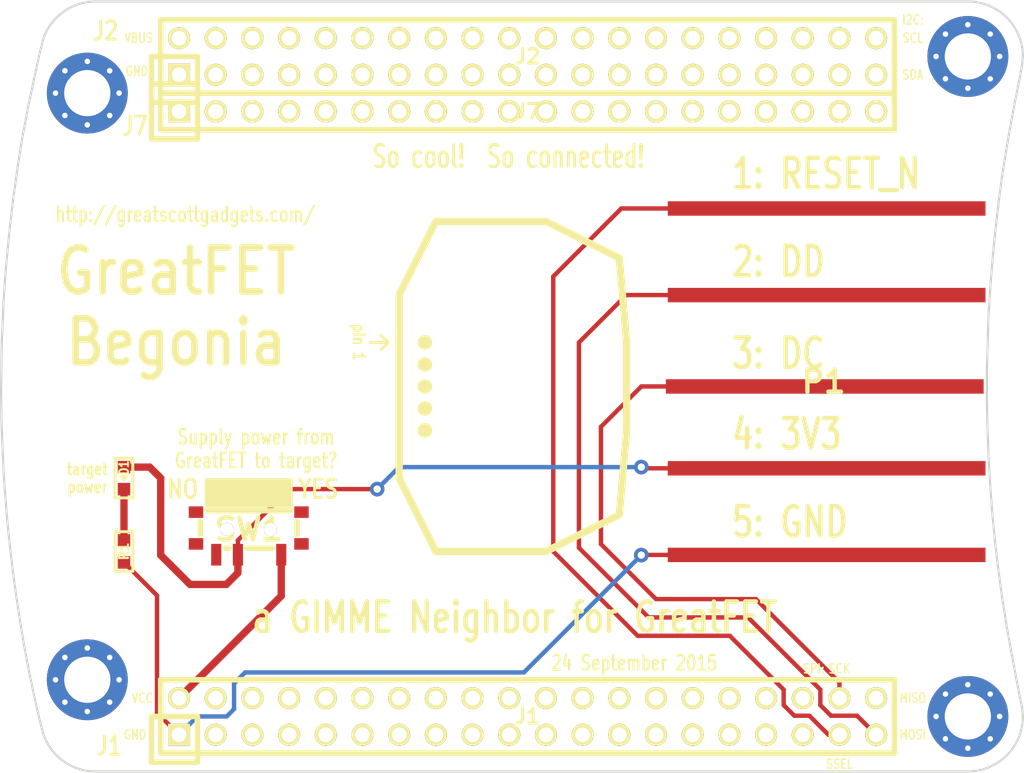
<source format=kicad_pcb>
(kicad_pcb (version 4) (host pcbnew "(2015-08-18 BZR 6102)-product")

  (general
    (links 41)
    (no_connects 0)
    (area 105.277558 71.018399 275.715801 199.465001)
    (thickness 1.6)
    (drawings 148)
    (tracks 61)
    (zones 0)
    (modules 11)
    (nets 107)
  )

  (page A4)
  (layers
    (0 F.Cu signal)
    (31 B.Cu signal)
    (33 F.Adhes user)
    (35 F.Paste user)
    (37 F.SilkS user)
    (39 F.Mask user)
    (40 Dwgs.User user)
    (41 Cmts.User user)
    (42 Eco1.User user)
    (43 Eco2.User user)
    (44 Edge.Cuts user)
    (45 Margin user)
    (47 F.CrtYd user)
    (49 F.Fab user)
  )

  (setup
    (last_trace_width 0.3048)
    (user_trace_width 0.508)
    (trace_clearance 0.3048)
    (zone_clearance 0.254)
    (zone_45_only no)
    (trace_min 0.2032)
    (segment_width 0.2032)
    (edge_width 0.15)
    (via_size 1.016)
    (via_drill 0.508)
    (via_min_size 0.6858)
    (via_min_drill 0.3302)
    (uvia_size 0.508)
    (uvia_drill 0.2032)
    (uvias_allowed no)
    (uvia_min_size 0)
    (uvia_min_drill 0)
    (pcb_text_width 0.3)
    (pcb_text_size 1.5 1.5)
    (mod_edge_width 0.2032)
    (mod_text_size 1 1)
    (mod_text_width 0.15)
    (pad_size 21.99894 1.00076)
    (pad_drill 0)
    (pad_to_mask_clearance 0.127)
    (pad_to_paste_clearance_ratio -0.05)
    (aux_axis_origin 0 0)
    (visible_elements FFFFFF7F)
    (pcbplotparams
      (layerselection 0x010a8_80000001)
      (usegerberextensions true)
      (excludeedgelayer true)
      (linewidth 0.100000)
      (plotframeref false)
      (viasonmask false)
      (mode 1)
      (useauxorigin false)
      (hpglpennumber 1)
      (hpglpenspeed 20)
      (hpglpendiameter 15)
      (hpglpenoverlay 2)
      (psnegative false)
      (psa4output false)
      (plotreference false)
      (plotvalue false)
      (plotinvisibletext false)
      (padsonsilk false)
      (subtractmaskfromsilk false)
      (outputformat 1)
      (mirror false)
      (drillshape 0)
      (scaleselection 1)
      (outputdirectory gerber))
  )

  (net 0 "")
  (net 1 GND)
  (net 2 VCC)
  (net 3 "Net-(D1-Pad1)")
  (net 4 +3V3)
  (net 5 /RESET_N)
  (net 6 /DC)
  (net 7 /DD)
  (net 8 "Net-(J1-Pad3)")
  (net 9 "Net-(J1-Pad4)")
  (net 10 "Net-(J1-Pad5)")
  (net 11 "Net-(J1-Pad6)")
  (net 12 "Net-(J1-Pad7)")
  (net 13 "Net-(J1-Pad8)")
  (net 14 "Net-(J1-Pad9)")
  (net 15 "Net-(J1-Pad10)")
  (net 16 "Net-(J1-Pad11)")
  (net 17 "Net-(J1-Pad12)")
  (net 18 "Net-(J1-Pad13)")
  (net 19 "Net-(J1-Pad14)")
  (net 20 "Net-(J1-Pad15)")
  (net 21 "Net-(J1-Pad16)")
  (net 22 "Net-(J1-Pad17)")
  (net 23 "Net-(J1-Pad18)")
  (net 24 "Net-(J1-Pad19)")
  (net 25 "Net-(J1-Pad20)")
  (net 26 "Net-(J1-Pad21)")
  (net 27 "Net-(J1-Pad22)")
  (net 28 "Net-(J1-Pad23)")
  (net 29 "Net-(J1-Pad24)")
  (net 30 "Net-(J1-Pad25)")
  (net 31 "Net-(J1-Pad26)")
  (net 32 "Net-(J1-Pad27)")
  (net 33 "Net-(J1-Pad28)")
  (net 34 "Net-(J1-Pad29)")
  (net 35 "Net-(J1-Pad30)")
  (net 36 "Net-(J1-Pad31)")
  (net 37 "Net-(J1-Pad32)")
  (net 38 "Net-(J1-Pad33)")
  (net 39 "Net-(J1-Pad34)")
  (net 40 "Net-(J1-Pad35)")
  (net 41 "Net-(J1-Pad36)")
  (net 42 "Net-(J1-Pad40)")
  (net 43 "Net-(J2-Pad1)")
  (net 44 "Net-(J2-Pad2)")
  (net 45 "Net-(J2-Pad3)")
  (net 46 "Net-(J2-Pad4)")
  (net 47 "Net-(J2-Pad5)")
  (net 48 "Net-(J2-Pad6)")
  (net 49 "Net-(J2-Pad7)")
  (net 50 "Net-(J2-Pad8)")
  (net 51 "Net-(J2-Pad9)")
  (net 52 "Net-(J2-Pad10)")
  (net 53 "Net-(J2-Pad11)")
  (net 54 "Net-(J2-Pad12)")
  (net 55 "Net-(J2-Pad13)")
  (net 56 "Net-(J2-Pad14)")
  (net 57 "Net-(J2-Pad15)")
  (net 58 "Net-(J2-Pad16)")
  (net 59 "Net-(J2-Pad17)")
  (net 60 "Net-(J2-Pad18)")
  (net 61 "Net-(J2-Pad19)")
  (net 62 "Net-(J2-Pad20)")
  (net 63 "Net-(J2-Pad21)")
  (net 64 "Net-(J2-Pad22)")
  (net 65 "Net-(J2-Pad23)")
  (net 66 "Net-(J2-Pad24)")
  (net 67 "Net-(J2-Pad25)")
  (net 68 "Net-(J2-Pad26)")
  (net 69 "Net-(J2-Pad27)")
  (net 70 "Net-(J2-Pad28)")
  (net 71 "Net-(J2-Pad29)")
  (net 72 "Net-(J2-Pad30)")
  (net 73 "Net-(J2-Pad31)")
  (net 74 "Net-(J2-Pad32)")
  (net 75 "Net-(J2-Pad33)")
  (net 76 "Net-(J2-Pad34)")
  (net 77 "Net-(J2-Pad35)")
  (net 78 "Net-(J2-Pad36)")
  (net 79 "Net-(J2-Pad37)")
  (net 80 "Net-(J2-Pad38)")
  (net 81 "Net-(J2-Pad39)")
  (net 82 "Net-(J2-Pad40)")
  (net 83 "Net-(J7-Pad1)")
  (net 84 "Net-(J7-Pad2)")
  (net 85 "Net-(J7-Pad3)")
  (net 86 "Net-(J7-Pad4)")
  (net 87 "Net-(J7-Pad5)")
  (net 88 "Net-(J7-Pad6)")
  (net 89 "Net-(J7-Pad7)")
  (net 90 "Net-(J7-Pad8)")
  (net 91 "Net-(J7-Pad9)")
  (net 92 "Net-(J7-Pad10)")
  (net 93 "Net-(J7-Pad11)")
  (net 94 "Net-(J7-Pad12)")
  (net 95 "Net-(J7-Pad13)")
  (net 96 "Net-(J7-Pad14)")
  (net 97 "Net-(J7-Pad15)")
  (net 98 "Net-(J7-Pad16)")
  (net 99 "Net-(J7-Pad17)")
  (net 100 "Net-(J7-Pad18)")
  (net 101 "Net-(J7-Pad19)")
  (net 102 "Net-(J7-Pad20)")
  (net 103 "Net-(MH1-Pad1)")
  (net 104 "Net-(MH2-Pad1)")
  (net 105 "Net-(MH3-Pad1)")
  (net 106 "Net-(MH4-Pad1)")

  (net_class Default "This is the default net class."
    (clearance 0.3048)
    (trace_width 0.3048)
    (via_dia 1.016)
    (via_drill 0.508)
    (uvia_dia 0.508)
    (uvia_drill 0.2032)
    (add_net +3V3)
    (add_net /DC)
    (add_net /DD)
    (add_net /RESET_N)
    (add_net GND)
    (add_net "Net-(D1-Pad1)")
    (add_net "Net-(J1-Pad10)")
    (add_net "Net-(J1-Pad11)")
    (add_net "Net-(J1-Pad12)")
    (add_net "Net-(J1-Pad13)")
    (add_net "Net-(J1-Pad14)")
    (add_net "Net-(J1-Pad15)")
    (add_net "Net-(J1-Pad16)")
    (add_net "Net-(J1-Pad17)")
    (add_net "Net-(J1-Pad18)")
    (add_net "Net-(J1-Pad19)")
    (add_net "Net-(J1-Pad20)")
    (add_net "Net-(J1-Pad21)")
    (add_net "Net-(J1-Pad22)")
    (add_net "Net-(J1-Pad23)")
    (add_net "Net-(J1-Pad24)")
    (add_net "Net-(J1-Pad25)")
    (add_net "Net-(J1-Pad26)")
    (add_net "Net-(J1-Pad27)")
    (add_net "Net-(J1-Pad28)")
    (add_net "Net-(J1-Pad29)")
    (add_net "Net-(J1-Pad3)")
    (add_net "Net-(J1-Pad30)")
    (add_net "Net-(J1-Pad31)")
    (add_net "Net-(J1-Pad32)")
    (add_net "Net-(J1-Pad33)")
    (add_net "Net-(J1-Pad34)")
    (add_net "Net-(J1-Pad35)")
    (add_net "Net-(J1-Pad36)")
    (add_net "Net-(J1-Pad4)")
    (add_net "Net-(J1-Pad40)")
    (add_net "Net-(J1-Pad5)")
    (add_net "Net-(J1-Pad6)")
    (add_net "Net-(J1-Pad7)")
    (add_net "Net-(J1-Pad8)")
    (add_net "Net-(J1-Pad9)")
    (add_net "Net-(J2-Pad1)")
    (add_net "Net-(J2-Pad10)")
    (add_net "Net-(J2-Pad11)")
    (add_net "Net-(J2-Pad12)")
    (add_net "Net-(J2-Pad13)")
    (add_net "Net-(J2-Pad14)")
    (add_net "Net-(J2-Pad15)")
    (add_net "Net-(J2-Pad16)")
    (add_net "Net-(J2-Pad17)")
    (add_net "Net-(J2-Pad18)")
    (add_net "Net-(J2-Pad19)")
    (add_net "Net-(J2-Pad2)")
    (add_net "Net-(J2-Pad20)")
    (add_net "Net-(J2-Pad21)")
    (add_net "Net-(J2-Pad22)")
    (add_net "Net-(J2-Pad23)")
    (add_net "Net-(J2-Pad24)")
    (add_net "Net-(J2-Pad25)")
    (add_net "Net-(J2-Pad26)")
    (add_net "Net-(J2-Pad27)")
    (add_net "Net-(J2-Pad28)")
    (add_net "Net-(J2-Pad29)")
    (add_net "Net-(J2-Pad3)")
    (add_net "Net-(J2-Pad30)")
    (add_net "Net-(J2-Pad31)")
    (add_net "Net-(J2-Pad32)")
    (add_net "Net-(J2-Pad33)")
    (add_net "Net-(J2-Pad34)")
    (add_net "Net-(J2-Pad35)")
    (add_net "Net-(J2-Pad36)")
    (add_net "Net-(J2-Pad37)")
    (add_net "Net-(J2-Pad38)")
    (add_net "Net-(J2-Pad39)")
    (add_net "Net-(J2-Pad4)")
    (add_net "Net-(J2-Pad40)")
    (add_net "Net-(J2-Pad5)")
    (add_net "Net-(J2-Pad6)")
    (add_net "Net-(J2-Pad7)")
    (add_net "Net-(J2-Pad8)")
    (add_net "Net-(J2-Pad9)")
    (add_net "Net-(J7-Pad1)")
    (add_net "Net-(J7-Pad10)")
    (add_net "Net-(J7-Pad11)")
    (add_net "Net-(J7-Pad12)")
    (add_net "Net-(J7-Pad13)")
    (add_net "Net-(J7-Pad14)")
    (add_net "Net-(J7-Pad15)")
    (add_net "Net-(J7-Pad16)")
    (add_net "Net-(J7-Pad17)")
    (add_net "Net-(J7-Pad18)")
    (add_net "Net-(J7-Pad19)")
    (add_net "Net-(J7-Pad2)")
    (add_net "Net-(J7-Pad20)")
    (add_net "Net-(J7-Pad3)")
    (add_net "Net-(J7-Pad4)")
    (add_net "Net-(J7-Pad5)")
    (add_net "Net-(J7-Pad6)")
    (add_net "Net-(J7-Pad7)")
    (add_net "Net-(J7-Pad8)")
    (add_net "Net-(J7-Pad9)")
    (add_net "Net-(MH1-Pad1)")
    (add_net "Net-(MH2-Pad1)")
    (add_net "Net-(MH3-Pad1)")
    (add_net "Net-(MH4-Pad1)")
    (add_net VCC)
  )

  (module gsg-modules:HEADER-1x20 (layer F.Cu) (tedit 560071ED) (tstamp 56008D0F)
    (at 142.24 78.74)
    (tags CONN)
    (path /56053A44)
    (fp_text reference J7 (at 0 0) (layer F.SilkS)
      (effects (font (size 1.016 1.016) (thickness 0.2032)))
    )
    (fp_text value BONUS_ROW (at -15.24 0) (layer F.SilkS) hide
      (effects (font (size 1.016 1.016) (thickness 0.2032)))
    )
    (fp_line (start -22.86 1.905) (end -22.86 -1.905) (layer F.SilkS) (width 0.381))
    (fp_line (start -22.86 -1.905) (end -26.035 -1.905) (layer F.SilkS) (width 0.381))
    (fp_line (start -26.035 -1.905) (end -26.035 1.905) (layer F.SilkS) (width 0.381))
    (fp_line (start -25.4 -1.27) (end -25.4 1.27) (layer F.SilkS) (width 0.381))
    (fp_line (start -25.4 1.27) (end 25.4 1.27) (layer F.SilkS) (width 0.381))
    (fp_line (start 25.4 1.27) (end 25.4 -1.27) (layer F.SilkS) (width 0.381))
    (fp_line (start 25.4 -1.27) (end -25.4 -1.27) (layer F.SilkS) (width 0.381))
    (fp_line (start -26.035 1.905) (end -22.86 1.905) (layer F.SilkS) (width 0.381))
    (pad 1 thru_hole rect (at -24.13 0) (size 1.524 1.524) (drill 1.016) (layers *.Cu *.Mask F.SilkS)
      (net 83 "Net-(J7-Pad1)") (die_length 0.08382))
    (pad 2 thru_hole circle (at -21.59 0) (size 1.524 1.524) (drill 1.016) (layers *.Cu *.Mask F.SilkS)
      (net 84 "Net-(J7-Pad2)") (die_length 0.06096))
    (pad 3 thru_hole circle (at -19.05 0) (size 1.524 1.524) (drill 1.016) (layers *.Cu *.Mask F.SilkS)
      (net 85 "Net-(J7-Pad3)") (die_length 0.08382))
    (pad 4 thru_hole circle (at -16.51 0) (size 1.524 1.524) (drill 1.016) (layers *.Cu *.Mask F.SilkS)
      (net 86 "Net-(J7-Pad4)") (die_length -2147.483648))
    (pad 5 thru_hole circle (at -13.97 0) (size 1.524 1.524) (drill 1.016) (layers *.Cu *.Mask F.SilkS)
      (net 87 "Net-(J7-Pad5)") (die_length -2147.483648))
    (pad 6 thru_hole circle (at -11.43 0) (size 1.524 1.524) (drill 1.016) (layers *.Cu *.Mask F.SilkS)
      (net 88 "Net-(J7-Pad6)") (die_length 0.7874))
    (pad 7 thru_hole circle (at -8.89 0) (size 1.524 1.524) (drill 1.016) (layers *.Cu *.Mask F.SilkS)
      (net 89 "Net-(J7-Pad7)") (die_length -2147.483648))
    (pad 8 thru_hole circle (at -6.35 0) (size 1.524 1.524) (drill 1.016) (layers *.Cu *.Mask F.SilkS)
      (net 90 "Net-(J7-Pad8)") (die_length -2147.483648))
    (pad 9 thru_hole circle (at -3.81 0) (size 1.524 1.524) (drill 1.016) (layers *.Cu *.Mask F.SilkS)
      (net 91 "Net-(J7-Pad9)"))
    (pad 10 thru_hole circle (at -1.27 0) (size 1.524 1.524) (drill 1.016) (layers *.Cu *.Mask F.SilkS)
      (net 92 "Net-(J7-Pad10)"))
    (pad 11 thru_hole circle (at 1.27 0) (size 1.524 1.524) (drill 1.016) (layers *.Cu *.Mask F.SilkS)
      (net 93 "Net-(J7-Pad11)"))
    (pad 12 thru_hole circle (at 3.81 0) (size 1.524 1.524) (drill 1.016) (layers *.Cu *.Mask F.SilkS)
      (net 94 "Net-(J7-Pad12)"))
    (pad 13 thru_hole circle (at 6.35 0) (size 1.524 1.524) (drill 1.016) (layers *.Cu *.Mask F.SilkS)
      (net 95 "Net-(J7-Pad13)"))
    (pad 14 thru_hole circle (at 8.89 0) (size 1.524 1.524) (drill 1.016) (layers *.Cu *.Mask F.SilkS)
      (net 96 "Net-(J7-Pad14)"))
    (pad 15 thru_hole circle (at 11.43 0) (size 1.524 1.524) (drill 1.016) (layers *.Cu *.Mask F.SilkS)
      (net 97 "Net-(J7-Pad15)"))
    (pad 16 thru_hole circle (at 13.97 0) (size 1.524 1.524) (drill 1.016) (layers *.Cu *.Mask F.SilkS)
      (net 98 "Net-(J7-Pad16)"))
    (pad 17 thru_hole circle (at 16.51 0) (size 1.524 1.524) (drill 1.016) (layers *.Cu *.Mask F.SilkS)
      (net 99 "Net-(J7-Pad17)"))
    (pad 18 thru_hole circle (at 19.05 0) (size 1.524 1.524) (drill 1.016) (layers *.Cu *.Mask F.SilkS)
      (net 100 "Net-(J7-Pad18)"))
    (pad 19 thru_hole circle (at 21.59 0) (size 1.524 1.524) (drill 1.016) (layers *.Cu *.Mask F.SilkS)
      (net 101 "Net-(J7-Pad19)"))
    (pad 20 thru_hole circle (at 24.13 0) (size 1.524 1.524) (drill 1.016) (layers *.Cu *.Mask F.SilkS)
      (net 102 "Net-(J7-Pad20)"))
  )

  (module gsg-modules:HEADER-2x20 (layer F.Cu) (tedit 4F8A60EE) (tstamp 56008C89)
    (at 142.24 120.65)
    (tags CONN)
    (path /55FB1D52)
    (fp_text reference J1 (at 0 0) (layer F.SilkS)
      (effects (font (size 1.016 1.016) (thickness 0.2032)))
    )
    (fp_text value NEIGHBOR1 (at 0 0) (layer F.SilkS) hide
      (effects (font (size 1.016 1.016) (thickness 0.2032)))
    )
    (fp_line (start -25.4 -2.54) (end 25.4 -2.54) (layer F.SilkS) (width 0.381))
    (fp_line (start 25.4 -2.54) (end 25.4 2.54) (layer F.SilkS) (width 0.381))
    (fp_line (start 25.4 2.54) (end -25.4 2.54) (layer F.SilkS) (width 0.381))
    (fp_line (start -22.86 0) (end -26.035 0) (layer F.SilkS) (width 0.381))
    (fp_line (start -26.035 0) (end -26.035 3.175) (layer F.SilkS) (width 0.381))
    (fp_line (start -26.035 3.175) (end -22.86 3.175) (layer F.SilkS) (width 0.381))
    (fp_line (start -22.86 3.175) (end -22.86 0) (layer F.SilkS) (width 0.381))
    (fp_line (start -25.4 2.54) (end -25.4 -2.54) (layer F.SilkS) (width 0.381))
    (pad 1 thru_hole rect (at -24.13 1.27) (size 1.524 1.524) (drill 1.016) (layers *.Cu *.Mask F.SilkS)
      (net 1 GND) (die_length 0.08382))
    (pad 2 thru_hole circle (at -24.13 -1.27) (size 1.524 1.524) (drill 1.016) (layers *.Cu *.Mask F.SilkS)
      (net 2 VCC) (die_length -2147.483648))
    (pad 3 thru_hole circle (at -21.59 1.27) (size 1.524 1.524) (drill 1.016) (layers *.Cu *.Mask F.SilkS)
      (net 8 "Net-(J1-Pad3)") (die_length 0.06096))
    (pad 4 thru_hole circle (at -21.59 -1.27) (size 1.524 1.524) (drill 1.016) (layers *.Cu *.Mask F.SilkS)
      (net 9 "Net-(J1-Pad4)") (die_length -2147.483648))
    (pad 5 thru_hole circle (at -19.05 1.27) (size 1.524 1.524) (drill 1.016) (layers *.Cu *.Mask F.SilkS)
      (net 10 "Net-(J1-Pad5)") (die_length 0.12192))
    (pad 6 thru_hole circle (at -19.05 -1.27) (size 1.524 1.524) (drill 1.016) (layers *.Cu *.Mask F.SilkS)
      (net 11 "Net-(J1-Pad6)") (die_length 0.12192))
    (pad 7 thru_hole circle (at -16.51 1.27) (size 1.524 1.524) (drill 1.016) (layers *.Cu *.Mask F.SilkS)
      (net 12 "Net-(J1-Pad7)") (die_length 0.12192))
    (pad 8 thru_hole circle (at -16.51 -1.27) (size 1.524 1.524) (drill 1.016) (layers *.Cu *.Mask F.SilkS)
      (net 13 "Net-(J1-Pad8)") (die_length 0.08382))
    (pad 9 thru_hole circle (at -13.97 1.27) (size 1.524 1.524) (drill 1.016) (layers *.Cu *.Mask F.SilkS)
      (net 14 "Net-(J1-Pad9)") (die_length -2147.483648))
    (pad 10 thru_hole circle (at -13.97 -1.27) (size 1.524 1.524) (drill 1.016) (layers *.Cu *.Mask F.SilkS)
      (net 15 "Net-(J1-Pad10)") (die_length 0.24638))
    (pad 11 thru_hole circle (at -11.43 1.27) (size 1.524 1.524) (drill 1.016) (layers *.Cu *.Mask F.SilkS)
      (net 16 "Net-(J1-Pad11)") (die_length -2147.483648))
    (pad 12 thru_hole circle (at -11.43 -1.27) (size 1.524 1.524) (drill 1.016) (layers *.Cu *.Mask F.SilkS)
      (net 17 "Net-(J1-Pad12)") (die_length -2147.483648))
    (pad 13 thru_hole circle (at -8.89 1.27) (size 1.524 1.524) (drill 1.016) (layers *.Cu *.Mask F.SilkS)
      (net 18 "Net-(J1-Pad13)") (die_length 0.10668))
    (pad 14 thru_hole circle (at -8.89 -1.27) (size 1.524 1.524) (drill 1.016) (layers *.Cu *.Mask F.SilkS)
      (net 19 "Net-(J1-Pad14)") (die_length 0.04318))
    (pad 15 thru_hole circle (at -6.35 1.27) (size 1.524 1.524) (drill 1.016) (layers *.Cu *.Mask F.SilkS)
      (net 20 "Net-(J1-Pad15)") (die_length 0.02286))
    (pad 16 thru_hole circle (at -6.35 -1.27) (size 1.524 1.524) (drill 1.016) (layers *.Cu *.Mask F.SilkS)
      (net 21 "Net-(J1-Pad16)") (die_length 0.25146))
    (pad 17 thru_hole circle (at -3.81 1.27) (size 1.524 1.524) (drill 1.016) (layers *.Cu *.Mask F.SilkS)
      (net 22 "Net-(J1-Pad17)") (die_length -2147.483648))
    (pad 18 thru_hole circle (at -3.81 -1.27) (size 1.524 1.524) (drill 1.016) (layers *.Cu *.Mask F.SilkS)
      (net 23 "Net-(J1-Pad18)") (die_length -2147.483648))
    (pad 19 thru_hole circle (at -1.27 1.27) (size 1.524 1.524) (drill 1.016) (layers *.Cu *.Mask F.SilkS)
      (net 24 "Net-(J1-Pad19)") (die_length 0.08382))
    (pad 20 thru_hole circle (at -1.27 -1.27) (size 1.524 1.524) (drill 1.016) (layers *.Cu *.Mask F.SilkS)
      (net 25 "Net-(J1-Pad20)") (die_length 0.08382))
    (pad 21 thru_hole circle (at 1.27 1.27) (size 1.524 1.524) (drill 1.016) (layers *.Cu *.Mask F.SilkS)
      (net 26 "Net-(J1-Pad21)") (die_length -2147.483648))
    (pad 22 thru_hole circle (at 1.27 -1.27) (size 1.524 1.524) (drill 1.016) (layers *.Cu *.Mask F.SilkS)
      (net 27 "Net-(J1-Pad22)") (die_length 0.08382))
    (pad 23 thru_hole circle (at 3.81 1.27) (size 1.524 1.524) (drill 1.016) (layers *.Cu *.Mask F.SilkS)
      (net 28 "Net-(J1-Pad23)") (die_length -2147.483648))
    (pad 24 thru_hole circle (at 3.81 -1.27) (size 1.524 1.524) (drill 1.016) (layers *.Cu *.Mask F.SilkS)
      (net 29 "Net-(J1-Pad24)") (die_length -2147.483648))
    (pad 25 thru_hole circle (at 6.35 1.27) (size 1.524 1.524) (drill 1.016) (layers *.Cu *.Mask F.SilkS)
      (net 30 "Net-(J1-Pad25)") (die_length 0.08382))
    (pad 26 thru_hole circle (at 6.35 -1.27) (size 1.524 1.524) (drill 1.016) (layers *.Cu *.Mask F.SilkS)
      (net 31 "Net-(J1-Pad26)") (die_length -2147.483648))
    (pad 27 thru_hole circle (at 8.89 1.27) (size 1.524 1.524) (drill 1.016) (layers *.Cu *.Mask F.SilkS)
      (net 32 "Net-(J1-Pad27)") (die_length -2147.483648))
    (pad 28 thru_hole circle (at 8.89 -1.27) (size 1.524 1.524) (drill 1.016) (layers *.Cu *.Mask F.SilkS)
      (net 33 "Net-(J1-Pad28)") (die_length 0.08382))
    (pad 29 thru_hole circle (at 11.43 1.27) (size 1.524 1.524) (drill 1.016) (layers *.Cu *.Mask F.SilkS)
      (net 34 "Net-(J1-Pad29)") (die_length 0.08382))
    (pad 30 thru_hole circle (at 11.43 -1.27) (size 1.524 1.524) (drill 1.016) (layers *.Cu *.Mask F.SilkS)
      (net 35 "Net-(J1-Pad30)") (die_length -2147.483648))
    (pad 31 thru_hole circle (at 13.97 1.27) (size 1.524 1.524) (drill 1.016) (layers *.Cu *.Mask F.SilkS)
      (net 36 "Net-(J1-Pad31)") (die_length 0.08382))
    (pad 32 thru_hole circle (at 13.97 -1.27) (size 1.524 1.524) (drill 1.016) (layers *.Cu *.Mask F.SilkS)
      (net 37 "Net-(J1-Pad32)") (die_length -2147.483648))
    (pad 33 thru_hole circle (at 16.51 1.27) (size 1.524 1.524) (drill 1.016) (layers *.Cu *.Mask F.SilkS)
      (net 38 "Net-(J1-Pad33)") (die_length -2147.483648))
    (pad 34 thru_hole circle (at 16.51 -1.27) (size 1.524 1.524) (drill 1.016) (layers *.Cu *.Mask F.SilkS)
      (net 39 "Net-(J1-Pad34)") (die_length 0.08382))
    (pad 35 thru_hole circle (at 19.05 1.27) (size 1.524 1.524) (drill 1.016) (layers *.Cu *.Mask F.SilkS)
      (net 40 "Net-(J1-Pad35)") (die_length -2147.483648))
    (pad 36 thru_hole circle (at 19.05 -1.27) (size 1.524 1.524) (drill 1.016) (layers *.Cu *.Mask F.SilkS)
      (net 41 "Net-(J1-Pad36)") (die_length 0.08382))
    (pad 37 thru_hole circle (at 21.59 1.27) (size 1.524 1.524) (drill 1.016) (layers *.Cu *.Mask F.SilkS)
      (net 5 /RESET_N) (die_length 0.08382))
    (pad 38 thru_hole circle (at 21.59 -1.27) (size 1.524 1.524) (drill 1.016) (layers *.Cu *.Mask F.SilkS)
      (net 6 /DC) (die_length -2147.483648))
    (pad 39 thru_hole circle (at 24.13 1.27) (size 1.524 1.524) (drill 1.016) (layers *.Cu *.Mask F.SilkS)
      (net 7 /DD) (die_length 0.08382))
    (pad 40 thru_hole circle (at 24.13 -1.27) (size 1.524 1.524) (drill 1.016) (layers *.Cu *.Mask F.SilkS)
      (net 42 "Net-(J1-Pad40)") (die_length 0.08382))
  )

  (module gsg-modules:HEADER-2x20 (layer F.Cu) (tedit 4F8A60EE) (tstamp 56008CB5)
    (at 142.24 74.93)
    (tags CONN)
    (path /55EAB4B7)
    (fp_text reference J2 (at 0 0) (layer F.SilkS)
      (effects (font (size 1.016 1.016) (thickness 0.2032)))
    )
    (fp_text value NEIGHBOR2 (at 0 0) (layer F.SilkS) hide
      (effects (font (size 1.016 1.016) (thickness 0.2032)))
    )
    (fp_line (start -25.4 -2.54) (end 25.4 -2.54) (layer F.SilkS) (width 0.381))
    (fp_line (start 25.4 -2.54) (end 25.4 2.54) (layer F.SilkS) (width 0.381))
    (fp_line (start 25.4 2.54) (end -25.4 2.54) (layer F.SilkS) (width 0.381))
    (fp_line (start -22.86 0) (end -26.035 0) (layer F.SilkS) (width 0.381))
    (fp_line (start -26.035 0) (end -26.035 3.175) (layer F.SilkS) (width 0.381))
    (fp_line (start -26.035 3.175) (end -22.86 3.175) (layer F.SilkS) (width 0.381))
    (fp_line (start -22.86 3.175) (end -22.86 0) (layer F.SilkS) (width 0.381))
    (fp_line (start -25.4 2.54) (end -25.4 -2.54) (layer F.SilkS) (width 0.381))
    (pad 1 thru_hole rect (at -24.13 1.27) (size 1.524 1.524) (drill 1.016) (layers *.Cu *.Mask F.SilkS)
      (net 43 "Net-(J2-Pad1)") (die_length 0.08382))
    (pad 2 thru_hole circle (at -24.13 -1.27) (size 1.524 1.524) (drill 1.016) (layers *.Cu *.Mask F.SilkS)
      (net 44 "Net-(J2-Pad2)") (die_length -2147.483648))
    (pad 3 thru_hole circle (at -21.59 1.27) (size 1.524 1.524) (drill 1.016) (layers *.Cu *.Mask F.SilkS)
      (net 45 "Net-(J2-Pad3)") (die_length 0.06096))
    (pad 4 thru_hole circle (at -21.59 -1.27) (size 1.524 1.524) (drill 1.016) (layers *.Cu *.Mask F.SilkS)
      (net 46 "Net-(J2-Pad4)") (die_length -2147.483648))
    (pad 5 thru_hole circle (at -19.05 1.27) (size 1.524 1.524) (drill 1.016) (layers *.Cu *.Mask F.SilkS)
      (net 47 "Net-(J2-Pad5)") (die_length 0.12192))
    (pad 6 thru_hole circle (at -19.05 -1.27) (size 1.524 1.524) (drill 1.016) (layers *.Cu *.Mask F.SilkS)
      (net 48 "Net-(J2-Pad6)") (die_length 0.12192))
    (pad 7 thru_hole circle (at -16.51 1.27) (size 1.524 1.524) (drill 1.016) (layers *.Cu *.Mask F.SilkS)
      (net 49 "Net-(J2-Pad7)") (die_length 0.12192))
    (pad 8 thru_hole circle (at -16.51 -1.27) (size 1.524 1.524) (drill 1.016) (layers *.Cu *.Mask F.SilkS)
      (net 50 "Net-(J2-Pad8)") (die_length 0.08382))
    (pad 9 thru_hole circle (at -13.97 1.27) (size 1.524 1.524) (drill 1.016) (layers *.Cu *.Mask F.SilkS)
      (net 51 "Net-(J2-Pad9)") (die_length -2147.483648))
    (pad 10 thru_hole circle (at -13.97 -1.27) (size 1.524 1.524) (drill 1.016) (layers *.Cu *.Mask F.SilkS)
      (net 52 "Net-(J2-Pad10)") (die_length 0.24638))
    (pad 11 thru_hole circle (at -11.43 1.27) (size 1.524 1.524) (drill 1.016) (layers *.Cu *.Mask F.SilkS)
      (net 53 "Net-(J2-Pad11)") (die_length -2147.483648))
    (pad 12 thru_hole circle (at -11.43 -1.27) (size 1.524 1.524) (drill 1.016) (layers *.Cu *.Mask F.SilkS)
      (net 54 "Net-(J2-Pad12)") (die_length -2147.483648))
    (pad 13 thru_hole circle (at -8.89 1.27) (size 1.524 1.524) (drill 1.016) (layers *.Cu *.Mask F.SilkS)
      (net 55 "Net-(J2-Pad13)") (die_length 0.10668))
    (pad 14 thru_hole circle (at -8.89 -1.27) (size 1.524 1.524) (drill 1.016) (layers *.Cu *.Mask F.SilkS)
      (net 56 "Net-(J2-Pad14)") (die_length 0.04318))
    (pad 15 thru_hole circle (at -6.35 1.27) (size 1.524 1.524) (drill 1.016) (layers *.Cu *.Mask F.SilkS)
      (net 57 "Net-(J2-Pad15)") (die_length 0.02286))
    (pad 16 thru_hole circle (at -6.35 -1.27) (size 1.524 1.524) (drill 1.016) (layers *.Cu *.Mask F.SilkS)
      (net 58 "Net-(J2-Pad16)") (die_length 0.25146))
    (pad 17 thru_hole circle (at -3.81 1.27) (size 1.524 1.524) (drill 1.016) (layers *.Cu *.Mask F.SilkS)
      (net 59 "Net-(J2-Pad17)") (die_length -2147.483648))
    (pad 18 thru_hole circle (at -3.81 -1.27) (size 1.524 1.524) (drill 1.016) (layers *.Cu *.Mask F.SilkS)
      (net 60 "Net-(J2-Pad18)") (die_length -2147.483648))
    (pad 19 thru_hole circle (at -1.27 1.27) (size 1.524 1.524) (drill 1.016) (layers *.Cu *.Mask F.SilkS)
      (net 61 "Net-(J2-Pad19)") (die_length 0.08382))
    (pad 20 thru_hole circle (at -1.27 -1.27) (size 1.524 1.524) (drill 1.016) (layers *.Cu *.Mask F.SilkS)
      (net 62 "Net-(J2-Pad20)") (die_length 0.08382))
    (pad 21 thru_hole circle (at 1.27 1.27) (size 1.524 1.524) (drill 1.016) (layers *.Cu *.Mask F.SilkS)
      (net 63 "Net-(J2-Pad21)") (die_length -2147.483648))
    (pad 22 thru_hole circle (at 1.27 -1.27) (size 1.524 1.524) (drill 1.016) (layers *.Cu *.Mask F.SilkS)
      (net 64 "Net-(J2-Pad22)") (die_length 0.08382))
    (pad 23 thru_hole circle (at 3.81 1.27) (size 1.524 1.524) (drill 1.016) (layers *.Cu *.Mask F.SilkS)
      (net 65 "Net-(J2-Pad23)") (die_length -2147.483648))
    (pad 24 thru_hole circle (at 3.81 -1.27) (size 1.524 1.524) (drill 1.016) (layers *.Cu *.Mask F.SilkS)
      (net 66 "Net-(J2-Pad24)") (die_length -2147.483648))
    (pad 25 thru_hole circle (at 6.35 1.27) (size 1.524 1.524) (drill 1.016) (layers *.Cu *.Mask F.SilkS)
      (net 67 "Net-(J2-Pad25)") (die_length 0.08382))
    (pad 26 thru_hole circle (at 6.35 -1.27) (size 1.524 1.524) (drill 1.016) (layers *.Cu *.Mask F.SilkS)
      (net 68 "Net-(J2-Pad26)") (die_length -2147.483648))
    (pad 27 thru_hole circle (at 8.89 1.27) (size 1.524 1.524) (drill 1.016) (layers *.Cu *.Mask F.SilkS)
      (net 69 "Net-(J2-Pad27)") (die_length -2147.483648))
    (pad 28 thru_hole circle (at 8.89 -1.27) (size 1.524 1.524) (drill 1.016) (layers *.Cu *.Mask F.SilkS)
      (net 70 "Net-(J2-Pad28)") (die_length 0.08382))
    (pad 29 thru_hole circle (at 11.43 1.27) (size 1.524 1.524) (drill 1.016) (layers *.Cu *.Mask F.SilkS)
      (net 71 "Net-(J2-Pad29)") (die_length 0.08382))
    (pad 30 thru_hole circle (at 11.43 -1.27) (size 1.524 1.524) (drill 1.016) (layers *.Cu *.Mask F.SilkS)
      (net 72 "Net-(J2-Pad30)") (die_length -2147.483648))
    (pad 31 thru_hole circle (at 13.97 1.27) (size 1.524 1.524) (drill 1.016) (layers *.Cu *.Mask F.SilkS)
      (net 73 "Net-(J2-Pad31)") (die_length 0.08382))
    (pad 32 thru_hole circle (at 13.97 -1.27) (size 1.524 1.524) (drill 1.016) (layers *.Cu *.Mask F.SilkS)
      (net 74 "Net-(J2-Pad32)") (die_length -2147.483648))
    (pad 33 thru_hole circle (at 16.51 1.27) (size 1.524 1.524) (drill 1.016) (layers *.Cu *.Mask F.SilkS)
      (net 75 "Net-(J2-Pad33)") (die_length -2147.483648))
    (pad 34 thru_hole circle (at 16.51 -1.27) (size 1.524 1.524) (drill 1.016) (layers *.Cu *.Mask F.SilkS)
      (net 76 "Net-(J2-Pad34)") (die_length 0.08382))
    (pad 35 thru_hole circle (at 19.05 1.27) (size 1.524 1.524) (drill 1.016) (layers *.Cu *.Mask F.SilkS)
      (net 77 "Net-(J2-Pad35)") (die_length -2147.483648))
    (pad 36 thru_hole circle (at 19.05 -1.27) (size 1.524 1.524) (drill 1.016) (layers *.Cu *.Mask F.SilkS)
      (net 78 "Net-(J2-Pad36)") (die_length 0.08382))
    (pad 37 thru_hole circle (at 21.59 1.27) (size 1.524 1.524) (drill 1.016) (layers *.Cu *.Mask F.SilkS)
      (net 79 "Net-(J2-Pad37)") (die_length 0.08382))
    (pad 38 thru_hole circle (at 21.59 -1.27) (size 1.524 1.524) (drill 1.016) (layers *.Cu *.Mask F.SilkS)
      (net 80 "Net-(J2-Pad38)") (die_length -2147.483648))
    (pad 39 thru_hole circle (at 24.13 1.27) (size 1.524 1.524) (drill 1.016) (layers *.Cu *.Mask F.SilkS)
      (net 81 "Net-(J2-Pad39)") (die_length 0.08382))
    (pad 40 thru_hole circle (at 24.13 -1.27) (size 1.524 1.524) (drill 1.016) (layers *.Cu *.Mask F.SilkS)
      (net 82 "Net-(J2-Pad40)") (die_length 0.08382))
  )

  (module gsg-modules:HOLE126MIL-COPPER (layer F.Cu) (tedit 528F8568) (tstamp 56009D36)
    (at 111.76 77.47)
    (path /56010ADB)
    (fp_text reference MH1 (at 0 0) (layer F.SilkS) hide
      (effects (font (size 1.00076 1.00076) (thickness 0.2032)))
    )
    (fp_text value MOUNTING_HOLE (at 0 0) (layer F.SilkS) hide
      (effects (font (size 1.00076 1.00076) (thickness 0.2032)))
    )
    (pad 1 thru_hole circle (at 0 0) (size 5.6 5.6) (drill 3.2004) (layers *.Cu *.Mask)
      (net 103 "Net-(MH1-Pad1)"))
    (pad 1 thru_hole circle (at 0 -2.2) (size 0.6 0.6) (drill 0.381) (layers *.Cu *.Mask)
      (net 103 "Net-(MH1-Pad1)"))
    (pad 1 thru_hole circle (at -2.2 0) (size 0.6 0.6) (drill 0.381) (layers *.Cu *.Mask)
      (net 103 "Net-(MH1-Pad1)"))
    (pad 1 thru_hole circle (at 0 2.2) (size 0.6 0.6) (drill 0.381) (layers *.Cu *.Mask)
      (net 103 "Net-(MH1-Pad1)"))
    (pad 1 thru_hole circle (at 2.2 0) (size 0.6 0.6) (drill 0.381) (layers *.Cu *.Mask)
      (net 103 "Net-(MH1-Pad1)"))
    (pad 1 thru_hole circle (at 1.55 -1.55) (size 0.6 0.6) (drill 0.381) (layers *.Cu *.Mask)
      (net 103 "Net-(MH1-Pad1)"))
    (pad 1 thru_hole circle (at -1.55 -1.55) (size 0.6 0.6) (drill 0.381) (layers *.Cu *.Mask)
      (net 103 "Net-(MH1-Pad1)"))
    (pad 1 thru_hole circle (at -1.55 1.55) (size 0.6 0.6) (drill 0.381) (layers *.Cu *.Mask)
      (net 103 "Net-(MH1-Pad1)"))
    (pad 1 thru_hole circle (at 1.55 1.55) (size 0.6 0.6) (drill 0.381) (layers *.Cu *.Mask)
      (net 103 "Net-(MH1-Pad1)"))
  )

  (module gsg-modules:HOLE126MIL-COPPER (layer F.Cu) (tedit 528F8568) (tstamp 56009D43)
    (at 111.76 118.11)
    (path /56010AE9)
    (fp_text reference MH2 (at 0 0) (layer F.SilkS) hide
      (effects (font (size 1.00076 1.00076) (thickness 0.2032)))
    )
    (fp_text value MOUNTING_HOLE (at 0 0) (layer F.SilkS) hide
      (effects (font (size 1.00076 1.00076) (thickness 0.2032)))
    )
    (pad 1 thru_hole circle (at 0 0) (size 5.6 5.6) (drill 3.2004) (layers *.Cu *.Mask)
      (net 104 "Net-(MH2-Pad1)"))
    (pad 1 thru_hole circle (at 0 -2.2) (size 0.6 0.6) (drill 0.381) (layers *.Cu *.Mask)
      (net 104 "Net-(MH2-Pad1)"))
    (pad 1 thru_hole circle (at -2.2 0) (size 0.6 0.6) (drill 0.381) (layers *.Cu *.Mask)
      (net 104 "Net-(MH2-Pad1)"))
    (pad 1 thru_hole circle (at 0 2.2) (size 0.6 0.6) (drill 0.381) (layers *.Cu *.Mask)
      (net 104 "Net-(MH2-Pad1)"))
    (pad 1 thru_hole circle (at 2.2 0) (size 0.6 0.6) (drill 0.381) (layers *.Cu *.Mask)
      (net 104 "Net-(MH2-Pad1)"))
    (pad 1 thru_hole circle (at 1.55 -1.55) (size 0.6 0.6) (drill 0.381) (layers *.Cu *.Mask)
      (net 104 "Net-(MH2-Pad1)"))
    (pad 1 thru_hole circle (at -1.55 -1.55) (size 0.6 0.6) (drill 0.381) (layers *.Cu *.Mask)
      (net 104 "Net-(MH2-Pad1)"))
    (pad 1 thru_hole circle (at -1.55 1.55) (size 0.6 0.6) (drill 0.381) (layers *.Cu *.Mask)
      (net 104 "Net-(MH2-Pad1)"))
    (pad 1 thru_hole circle (at 1.55 1.55) (size 0.6 0.6) (drill 0.381) (layers *.Cu *.Mask)
      (net 104 "Net-(MH2-Pad1)"))
  )

  (module gsg-modules:HOLE126MIL-COPPER (layer F.Cu) (tedit 528F8568) (tstamp 56009D50)
    (at 172.72 120.65)
    (path /5600EED5)
    (fp_text reference MH3 (at 0 0) (layer F.SilkS) hide
      (effects (font (size 1.00076 1.00076) (thickness 0.2032)))
    )
    (fp_text value MOUNTING_HOLE (at 0 0) (layer F.SilkS) hide
      (effects (font (size 1.00076 1.00076) (thickness 0.2032)))
    )
    (pad 1 thru_hole circle (at 0 0) (size 5.6 5.6) (drill 3.2004) (layers *.Cu *.Mask)
      (net 105 "Net-(MH3-Pad1)"))
    (pad 1 thru_hole circle (at 0 -2.2) (size 0.6 0.6) (drill 0.381) (layers *.Cu *.Mask)
      (net 105 "Net-(MH3-Pad1)"))
    (pad 1 thru_hole circle (at -2.2 0) (size 0.6 0.6) (drill 0.381) (layers *.Cu *.Mask)
      (net 105 "Net-(MH3-Pad1)"))
    (pad 1 thru_hole circle (at 0 2.2) (size 0.6 0.6) (drill 0.381) (layers *.Cu *.Mask)
      (net 105 "Net-(MH3-Pad1)"))
    (pad 1 thru_hole circle (at 2.2 0) (size 0.6 0.6) (drill 0.381) (layers *.Cu *.Mask)
      (net 105 "Net-(MH3-Pad1)"))
    (pad 1 thru_hole circle (at 1.55 -1.55) (size 0.6 0.6) (drill 0.381) (layers *.Cu *.Mask)
      (net 105 "Net-(MH3-Pad1)"))
    (pad 1 thru_hole circle (at -1.55 -1.55) (size 0.6 0.6) (drill 0.381) (layers *.Cu *.Mask)
      (net 105 "Net-(MH3-Pad1)"))
    (pad 1 thru_hole circle (at -1.55 1.55) (size 0.6 0.6) (drill 0.381) (layers *.Cu *.Mask)
      (net 105 "Net-(MH3-Pad1)"))
    (pad 1 thru_hole circle (at 1.55 1.55) (size 0.6 0.6) (drill 0.381) (layers *.Cu *.Mask)
      (net 105 "Net-(MH3-Pad1)"))
  )

  (module gsg-modules:HOLE126MIL-COPPER (layer F.Cu) (tedit 528F8568) (tstamp 56009D5D)
    (at 172.72 74.93)
    (path /560100F3)
    (fp_text reference MH4 (at 0 0) (layer F.SilkS) hide
      (effects (font (size 1.00076 1.00076) (thickness 0.2032)))
    )
    (fp_text value MOUNTING_HOLE (at 0 0) (layer F.SilkS) hide
      (effects (font (size 1.00076 1.00076) (thickness 0.2032)))
    )
    (pad 1 thru_hole circle (at 0 0) (size 5.6 5.6) (drill 3.2004) (layers *.Cu *.Mask)
      (net 106 "Net-(MH4-Pad1)"))
    (pad 1 thru_hole circle (at 0 -2.2) (size 0.6 0.6) (drill 0.381) (layers *.Cu *.Mask)
      (net 106 "Net-(MH4-Pad1)"))
    (pad 1 thru_hole circle (at -2.2 0) (size 0.6 0.6) (drill 0.381) (layers *.Cu *.Mask)
      (net 106 "Net-(MH4-Pad1)"))
    (pad 1 thru_hole circle (at 0 2.2) (size 0.6 0.6) (drill 0.381) (layers *.Cu *.Mask)
      (net 106 "Net-(MH4-Pad1)"))
    (pad 1 thru_hole circle (at 2.2 0) (size 0.6 0.6) (drill 0.381) (layers *.Cu *.Mask)
      (net 106 "Net-(MH4-Pad1)"))
    (pad 1 thru_hole circle (at 1.55 -1.55) (size 0.6 0.6) (drill 0.381) (layers *.Cu *.Mask)
      (net 106 "Net-(MH4-Pad1)"))
    (pad 1 thru_hole circle (at -1.55 -1.55) (size 0.6 0.6) (drill 0.381) (layers *.Cu *.Mask)
      (net 106 "Net-(MH4-Pad1)"))
    (pad 1 thru_hole circle (at -1.55 1.55) (size 0.6 0.6) (drill 0.381) (layers *.Cu *.Mask)
      (net 106 "Net-(MH4-Pad1)"))
    (pad 1 thru_hole circle (at 1.55 1.55) (size 0.6 0.6) (drill 0.381) (layers *.Cu *.Mask)
      (net 106 "Net-(MH4-Pad1)"))
  )

  (module gsg-modules:0603D (layer F.Cu) (tedit 56030F0A) (tstamp 5604BDA9)
    (at 114.3 104.14 90)
    (path /5604FE87)
    (solder_mask_margin 0.1016)
    (fp_text reference D1 (at 0.7112 0 90) (layer F.SilkS)
      (effects (font (size 0.6096 0.508) (thickness 0.127)))
    )
    (fp_text value LED (at 0 0 90) (layer F.SilkS) hide
      (effects (font (size 0.6096 0.6096) (thickness 0.1524)))
    )
    (fp_line (start 0 0) (end 0.07 0) (layer F.SilkS) (width 0.2032))
    (fp_line (start -0.15 0) (end 0.15 -0.2) (layer F.SilkS) (width 0.127))
    (fp_line (start 0.15 -0.2) (end 0.15 0.2) (layer F.SilkS) (width 0.127))
    (fp_line (start 0.15 0.2) (end -0.15 0) (layer F.SilkS) (width 0.127))
    (fp_line (start 1.3716 -0.6096) (end -1.3716 -0.6096) (layer F.SilkS) (width 0.2032))
    (fp_line (start -1.3716 -0.6096) (end -1.3716 0.6096) (layer F.SilkS) (width 0.2032))
    (fp_line (start -1.3716 0.6096) (end 1.3716 0.6096) (layer F.SilkS) (width 0.2032))
    (fp_line (start 1.3716 0.6096) (end 1.3716 -0.6096) (layer F.SilkS) (width 0.2032))
    (pad 2 smd rect (at 0.762 0 90) (size 0.8636 0.8636) (layers F.Cu F.Paste F.Mask)
      (net 4 +3V3) (die_length 0.04572) (solder_mask_margin 0.1016) (clearance 0.1778))
    (pad 1 smd rect (at -0.762 0 90) (size 0.8636 0.8636) (layers F.Cu F.Paste F.Mask)
      (net 3 "Net-(D1-Pad1)") (die_length 0.08382) (solder_mask_margin 0.1016) (clearance 0.1778))
  )

  (module gsg-modules:0603 (layer F.Cu) (tedit 4CFF2E39) (tstamp 5604BDAF)
    (at 114.3 109.22 270)
    (path /5604FEE3)
    (solder_mask_margin 0.1016)
    (fp_text reference R1 (at 0 0 270) (layer F.SilkS)
      (effects (font (size 0.6096 0.6096) (thickness 0.1524)))
    )
    (fp_text value 330 (at 0 0 270) (layer F.SilkS) hide
      (effects (font (size 0.6096 0.6096) (thickness 0.1524)))
    )
    (fp_line (start 1.3716 -0.6096) (end -1.3716 -0.6096) (layer F.SilkS) (width 0.2032))
    (fp_line (start -1.3716 -0.6096) (end -1.3716 0.6096) (layer F.SilkS) (width 0.2032))
    (fp_line (start -1.3716 0.6096) (end 1.3716 0.6096) (layer F.SilkS) (width 0.2032))
    (fp_line (start 1.3716 0.6096) (end 1.3716 -0.6096) (layer F.SilkS) (width 0.2032))
    (pad 2 smd rect (at 0.762 0 270) (size 0.8636 0.8636) (layers F.Cu F.Paste F.Mask)
      (net 1 GND) (die_length 0.57404) (solder_mask_margin 0.1016) (clearance 0.1778))
    (pad 1 smd rect (at -0.762 0 270) (size 0.8636 0.8636) (layers F.Cu F.Paste F.Mask)
      (net 3 "Net-(D1-Pad1)") (die_length -2147.483648) (solder_mask_margin 0.1016) (clearance 0.1778))
  )

  (module gsg-modules:POGOPIN-5-IMME (layer F.Cu) (tedit 5604C48B) (tstamp 5604C329)
    (at 151.9428 97.4598)
    (path /560503A6)
    (fp_text reference P1 (at 10.795 0) (layer F.SilkS)
      (effects (font (thickness 0.3048)))
    )
    (fp_text value POGOPINS (at 10.795 0) (layer F.SilkS) hide
      (effects (font (thickness 0.3048)))
    )
    (pad 4 smd rect (at 11.00074 5.99948) (size 21.99894 1.00076) (layers F.Cu F.Mask)
      (net 4 +3V3) (die_length -2147.483648))
    (pad 3 smd rect (at 10.8712 0.3302) (size 21.99894 1.00076) (layers F.Cu F.Mask)
      (net 6 /DC))
    (pad 2 smd rect (at 11.00074 -5.99948) (size 21.99894 1.00076) (layers F.Cu F.Mask)
      (net 7 /DD))
    (pad 1 smd rect (at 11.00074 -11.99896) (size 21.99894 1.00076) (layers F.Cu F.Mask)
      (net 5 /RESET_N))
    (pad 5 smd rect (at 11.00074 11.99896) (size 21.99894 1.00076) (layers F.Cu F.Mask)
      (net 1 GND))
  )

  (module gsg-modules:SSSS810701 (layer F.Cu) (tedit 4E6BEDF3) (tstamp 5604C336)
    (at 122.936 107.696 180)
    (path /560511D0)
    (fp_text reference SW1 (at 0 0 180) (layer F.SilkS)
      (effects (font (thickness 0.3048)))
    )
    (fp_text value SPST (at 0 0 180) (layer F.SilkS) hide
      (effects (font (thickness 0.3048)))
    )
    (fp_line (start 1.34874 -1.30048) (end 1.651 -1.30048) (layer F.SilkS) (width 0.381))
    (fp_line (start -1.651 -1.30048) (end 0.14986 -1.30048) (layer F.SilkS) (width 0.381))
    (fp_line (start -2.90068 1.30048) (end 2.90068 1.30048) (layer F.SilkS) (width 0.381))
    (fp_line (start 3.35026 -0.35052) (end 3.35026 0.55118) (layer F.SilkS) (width 0.381))
    (fp_line (start -3.35026 -0.35052) (end -3.35026 0.55118) (layer F.SilkS) (width 0.381))
    (pad 1 smd rect (at -2.25044 -1.75006 180) (size 0.70104 1.50114) (layers F.Cu F.Paste F.Mask)
      (net 2 VCC) (die_length 434.11394))
    (pad 2 smd rect (at 0.7493 -1.75006 180) (size 0.70104 1.50114) (layers F.Cu F.Paste F.Mask)
      (net 4 +3V3) (die_length 0.08128))
    (pad 3 smd rect (at 2.25044 -1.75006 180) (size 0.70104 1.50114) (layers F.Cu F.Paste F.Mask)
      (die_length 0.2286))
    (pad 0 smd rect (at 3.64998 -1.00076 180) (size 1.00076 0.8001) (layers F.Cu F.Paste F.Mask)
      (die_length -2147.483648))
    (pad 0 smd rect (at -3.64998 -1.00076 180) (size 1.00076 0.8001) (layers F.Cu F.Paste F.Mask)
      (die_length -2147.483648))
    (pad 0 smd rect (at -3.64998 1.19888 180) (size 1.00076 0.8001) (layers F.Cu F.Paste F.Mask)
      (die_length 0.00762))
    (pad 0 smd rect (at 3.64998 1.19888 180) (size 1.00076 0.8001) (layers F.Cu F.Paste F.Mask)
      (die_length 434.11394))
    (pad "" thru_hole circle (at 1.50114 0 180) (size 0.9017 0.9017) (drill 0.9017) (layers *.Cu *.Mask)
      (die_length 434.11394) (clearance -0.01016))
    (pad "" thru_hole circle (at -1.50114 0 180) (size 0.9017 0.9017) (drill 0.9017) (layers *.Cu *.Mask)
      (die_length 0.08128) (clearance -0.01016))
  )

  (gr_text "So cool!  So connected!" (at 140.9192 81.8642) (layer F.SilkS)
    (effects (font (size 1.524 1.016) (thickness 0.2032)))
  )
  (gr_text "5: GND" (at 156.21 107.188) (layer F.SilkS)
    (effects (font (size 2.032 1.524) (thickness 0.3048)) (justify left))
  )
  (gr_text "4: 3V3" (at 156.21 101.092) (layer F.SilkS)
    (effects (font (size 2.032 1.524) (thickness 0.3048)) (justify left))
  )
  (gr_text "3: DC" (at 156.21 95.504) (layer F.SilkS)
    (effects (font (size 2.032 1.524) (thickness 0.3048)) (justify left))
  )
  (gr_text "2: DD" (at 156.21 89.154) (layer F.SilkS)
    (effects (font (size 2.032 1.524) (thickness 0.3048)) (justify left))
  )
  (gr_text "1: RESET_N" (at 156.21 83.058) (layer F.SilkS)
    (effects (font (size 2.032 1.524) (thickness 0.3048)) (justify left))
  )
  (gr_text "pin 1" (at 130.556 94.742 270) (layer F.SilkS)
    (effects (font (size 0.762 0.635) (thickness 0.1524)))
  )
  (gr_line (start 132.588 94.742) (end 131.318 94.742) (angle 90) (layer F.SilkS) (width 0.2032))
  (gr_line (start 132.588 94.742) (end 132.08 95.25) (angle 90) (layer F.SilkS) (width 0.2032))
  (gr_line (start 132.588 94.742) (end 132.08 94.234) (angle 90) (layer F.SilkS) (width 0.2032))
  (gr_circle (center 135.128 94.742) (end 135.382 94.742) (layer F.SilkS) (width 0.508))
  (gr_circle (center 135.128 96.266) (end 135.382 96.266) (layer F.SilkS) (width 0.508))
  (gr_circle (center 135.128 100.838) (end 135.382 100.838) (layer F.SilkS) (width 0.508))
  (gr_circle (center 135.128 99.314) (end 135.382 99.314) (layer F.SilkS) (width 0.508))
  (gr_circle (center 135.128 97.79) (end 135.382 97.79) (layer F.SilkS) (width 0.508))
  (gr_line (start 143.51 109.22) (end 148.59 106.68) (angle 90) (layer F.SilkS) (width 0.508))
  (gr_line (start 135.89 109.22) (end 143.51 109.22) (angle 90) (layer F.SilkS) (width 0.508))
  (gr_line (start 143.51 86.36) (end 148.59 88.9) (angle 90) (layer F.SilkS) (width 0.508))
  (gr_line (start 135.89 86.36) (end 143.51 86.36) (angle 90) (layer F.SilkS) (width 0.508))
  (gr_line (start 149.098 94.742) (end 148.59 88.9) (angle 90) (layer F.SilkS) (width 0.508))
  (gr_line (start 149.098 100.838) (end 149.098 94.742) (angle 90) (layer F.SilkS) (width 0.508))
  (gr_line (start 148.59 106.68) (end 149.098 100.838) (angle 90) (layer F.SilkS) (width 0.508))
  (gr_line (start 133.35 104.14) (end 135.89 109.22) (angle 90) (layer F.SilkS) (width 0.508))
  (gr_line (start 133.35 91.44) (end 133.35 104.14) (angle 90) (layer F.SilkS) (width 0.508))
  (gr_line (start 135.89 86.36) (end 133.35 91.44) (angle 90) (layer F.SilkS) (width 0.508))
  (gr_text "target\npower" (at 111.76 104.14) (layer F.SilkS)
    (effects (font (size 0.762 0.635) (thickness 0.1524)))
  )
  (gr_text YES (at 127.762 104.902) (layer F.SilkS)
    (effects (font (size 1.27 1.016) (thickness 0.2032)))
  )
  (gr_text NO (at 118.364 104.902) (layer F.SilkS)
    (effects (font (size 1.27 1.016) (thickness 0.2032)))
  )
  (gr_text "Supply power from\nGreatFET to target?" (at 123.444 102.108) (layer F.SilkS)
    (effects (font (size 1.016 0.762) (thickness 0.1524)))
  )
  (gr_text "a GIMME Neighbor for GreatFET" (at 141.351 113.792) (layer F.SilkS)
    (effects (font (size 2.032 1.524) (thickness 0.3048)))
  )
  (gr_line (start 105.8672 101.473) (end 105.918 102.5398) (angle 90) (layer Edge.Cuts) (width 0.15))
  (gr_line (start 105.8164 100.0252) (end 105.8672 101.473) (angle 90) (layer Edge.Cuts) (width 0.15))
  (gr_line (start 105.791 98.1202) (end 105.8164 100.0252) (angle 90) (layer Edge.Cuts) (width 0.15))
  (gr_line (start 105.8164 96.266) (end 105.791 98.1202) (angle 90) (layer Edge.Cuts) (width 0.15))
  (gr_line (start 105.8418 94.7166) (end 105.8164 96.266) (angle 90) (layer Edge.Cuts) (width 0.15))
  (gr_line (start 105.918 93.0402) (end 105.8418 94.7166) (angle 90) (layer Edge.Cuts) (width 0.15))
  (gr_line (start 174.117 101.5746) (end 174.1424 102.5398) (angle 90) (layer Edge.Cuts) (width 0.15))
  (gr_line (start 174.0662 100.33) (end 174.117 101.5746) (angle 90) (layer Edge.Cuts) (width 0.15))
  (gr_line (start 174.0408 98.933) (end 174.0662 100.33) (angle 90) (layer Edge.Cuts) (width 0.15))
  (gr_line (start 174.0408 97.663) (end 174.0408 98.933) (angle 90) (layer Edge.Cuts) (width 0.15))
  (gr_line (start 174.0408 96.5454) (end 174.0408 97.663) (angle 90) (layer Edge.Cuts) (width 0.15))
  (gr_line (start 174.0916 94.8944) (end 174.0408 96.5454) (angle 90) (layer Edge.Cuts) (width 0.15))
  (gr_line (start 174.1424 93.0402) (end 174.0916 94.8944) (angle 90) (layer Edge.Cuts) (width 0.15))
  (gr_text "24 September 2015" (at 149.6314 116.9416) (layer F.SilkS) (tstamp 560474D3)
    (effects (font (size 1.016 0.762) (thickness 0.1524)))
  )
  (gr_text http://greatscottgadgets.com/ (at 118.5418 85.8774) (layer F.SilkS) (tstamp 5604731D)
    (effects (font (size 1.016 0.762) (thickness 0.1524)))
  )
  (gr_text GND (at 115.189 75.946) (layer F.SilkS) (tstamp 56047187)
    (effects (font (size 0.635 0.508) (thickness 0.1016)))
  )
  (gr_text VBUS (at 115.316 73.66) (layer F.SilkS) (tstamp 5604717B)
    (effects (font (size 0.635 0.508) (thickness 0.1016)))
  )
  (gr_text VCC (at 115.57 119.38) (layer F.SilkS) (tstamp 5604716F)
    (effects (font (size 0.635 0.508) (thickness 0.1016)))
  )
  (gr_text GND (at 115.062 121.92) (layer F.SilkS) (tstamp 56047160)
    (effects (font (size 0.635 0.508) (thickness 0.1016)))
  )
  (gr_text SPI: (at 162.052 117.348) (layer F.SilkS) (tstamp 56047136)
    (effects (font (size 0.635 0.508) (thickness 0.1016)))
  )
  (gr_text I2C: (at 168.91 72.39) (layer F.SilkS) (tstamp 56047105)
    (effects (font (size 0.635 0.508) (thickness 0.1016)))
  )
  (gr_text SCL (at 168.91 73.66) (layer F.SilkS) (tstamp 560470D5)
    (effects (font (size 0.635 0.508) (thickness 0.1016)))
  )
  (gr_text SDA (at 168.91 76.2) (layer F.SilkS) (tstamp 560470CC)
    (effects (font (size 0.635 0.508) (thickness 0.1016)))
  )
  (gr_text SCK (at 163.83 117.348) (layer F.SilkS) (tstamp 560470C2)
    (effects (font (size 0.635 0.508) (thickness 0.1016)))
  )
  (gr_text SSEL (at 163.83 123.952) (layer F.SilkS) (tstamp 560470B5)
    (effects (font (size 0.635 0.508) (thickness 0.1016)))
  )
  (gr_text MISO (at 168.91 119.38) (layer F.SilkS) (tstamp 5604709A)
    (effects (font (size 0.635 0.508) (thickness 0.1016)))
  )
  (gr_text MOSI (at 168.91 121.92) (layer F.SilkS) (tstamp 56047061)
    (effects (font (size 0.635 0.508) (thickness 0.1016)))
  )
  (gr_text J7 (at 115.062 79.756) (layer F.SilkS) (tstamp 56046FC0)
    (effects (font (size 1.27 1.016) (thickness 0.2032)))
  )
  (gr_text J2 (at 113.03 73.152) (layer F.SilkS) (tstamp 56046F86)
    (effects (font (size 1.27 1.016) (thickness 0.2032)))
  )
  (gr_text J1 (at 113.284 122.682) (layer F.SilkS) (tstamp 56046F78)
    (effects (font (size 1.27 1.016) (thickness 0.2032)))
  )
  (gr_line (start 176.4538 75.6666) (end 176.53 74.93) (angle 90) (layer Edge.Cuts) (width 0.15))
  (gr_line (start 105.9688 103.8352) (end 105.918 102.5398) (angle 90) (layer Edge.Cuts) (width 0.15))
  (gr_line (start 106.0958 105.5624) (end 105.9688 103.8352) (angle 90) (layer Edge.Cuts) (width 0.15))
  (gr_line (start 106.2482 107.3912) (end 106.0958 105.5624) (angle 90) (layer Edge.Cuts) (width 0.15))
  (gr_line (start 106.4514 109.2708) (end 106.2482 107.3912) (angle 90) (layer Edge.Cuts) (width 0.15))
  (gr_line (start 106.7054 111.3536) (end 106.4514 109.2708) (angle 90) (layer Edge.Cuts) (width 0.15))
  (gr_line (start 106.9848 113.284) (end 106.7054 111.3536) (angle 90) (layer Edge.Cuts) (width 0.15))
  (gr_line (start 107.3404 115.4684) (end 106.9848 113.284) (angle 90) (layer Edge.Cuts) (width 0.15))
  (gr_line (start 107.7214 117.5258) (end 107.3404 115.4684) (angle 90) (layer Edge.Cuts) (width 0.15))
  (gr_line (start 108.2802 120.142) (end 107.7214 117.5258) (angle 90) (layer Edge.Cuts) (width 0.15))
  (gr_line (start 108.5342 121.1834) (end 108.2802 120.142) (angle 90) (layer Edge.Cuts) (width 0.15))
  (gr_line (start 108.6358 121.5644) (end 108.5342 121.1834) (angle 90) (layer Edge.Cuts) (width 0.15))
  (gr_line (start 108.7374 121.9454) (end 108.6358 121.5644) (angle 90) (layer Edge.Cuts) (width 0.15))
  (gr_line (start 108.8898 122.301) (end 108.7374 121.9454) (angle 90) (layer Edge.Cuts) (width 0.15))
  (gr_line (start 109.0676 122.6312) (end 108.8898 122.301) (angle 90) (layer Edge.Cuts) (width 0.15))
  (gr_line (start 109.22 122.8598) (end 109.0676 122.6312) (angle 90) (layer Edge.Cuts) (width 0.15))
  (gr_line (start 109.4486 123.1646) (end 109.22 122.8598) (angle 90) (layer Edge.Cuts) (width 0.15))
  (gr_line (start 109.6772 123.3932) (end 109.4486 123.1646) (angle 90) (layer Edge.Cuts) (width 0.15))
  (gr_line (start 109.9312 123.6218) (end 109.6772 123.3932) (angle 90) (layer Edge.Cuts) (width 0.15))
  (gr_line (start 110.2868 123.8758) (end 109.9312 123.6218) (angle 90) (layer Edge.Cuts) (width 0.15))
  (gr_line (start 110.5662 124.0282) (end 110.2868 123.8758) (angle 90) (layer Edge.Cuts) (width 0.15))
  (gr_line (start 110.9472 124.206) (end 110.5662 124.0282) (angle 90) (layer Edge.Cuts) (width 0.15))
  (gr_line (start 111.4298 124.3584) (end 110.9472 124.206) (angle 90) (layer Edge.Cuts) (width 0.15))
  (gr_line (start 111.8362 124.4346) (end 111.4298 124.3584) (angle 90) (layer Edge.Cuts) (width 0.15))
  (gr_line (start 112.3188 124.46) (end 111.8362 124.4346) (angle 90) (layer Edge.Cuts) (width 0.15))
  (gr_line (start 105.9434 92.2528) (end 105.918 93.0402) (angle 90) (layer Edge.Cuts) (width 0.15))
  (gr_line (start 106.0704 90.3224) (end 105.9434 92.2528) (angle 90) (layer Edge.Cuts) (width 0.15))
  (gr_line (start 106.1974 88.7984) (end 106.0704 90.3224) (angle 90) (layer Edge.Cuts) (width 0.15))
  (gr_line (start 106.4006 86.741) (end 106.1974 88.7984) (angle 90) (layer Edge.Cuts) (width 0.15))
  (gr_line (start 106.6292 84.8106) (end 106.4006 86.741) (angle 90) (layer Edge.Cuts) (width 0.15))
  (gr_line (start 106.9086 82.804) (end 106.6292 84.8106) (angle 90) (layer Edge.Cuts) (width 0.15))
  (gr_line (start 107.2388 80.6704) (end 106.9086 82.804) (angle 90) (layer Edge.Cuts) (width 0.15))
  (gr_line (start 107.6706 78.3844) (end 107.2388 80.6704) (angle 90) (layer Edge.Cuts) (width 0.15))
  (gr_line (start 108.204 75.8698) (end 107.6706 78.3844) (angle 90) (layer Edge.Cuts) (width 0.15))
  (gr_line (start 108.5088 74.4982) (end 108.204 75.8698) (angle 90) (layer Edge.Cuts) (width 0.15))
  (gr_line (start 108.585 74.2188) (end 108.5088 74.4982) (angle 90) (layer Edge.Cuts) (width 0.15))
  (gr_line (start 108.6612 73.914) (end 108.585 74.2188) (angle 90) (layer Edge.Cuts) (width 0.15))
  (gr_line (start 108.7374 73.6346) (end 108.6612 73.914) (angle 90) (layer Edge.Cuts) (width 0.15))
  (gr_line (start 108.839 73.3806) (end 108.7374 73.6346) (angle 90) (layer Edge.Cuts) (width 0.15))
  (gr_line (start 109.0168 73.025) (end 108.839 73.3806) (angle 90) (layer Edge.Cuts) (width 0.15))
  (gr_line (start 109.1946 72.7456) (end 109.0168 73.025) (angle 90) (layer Edge.Cuts) (width 0.15))
  (gr_line (start 109.3724 72.517) (end 109.1946 72.7456) (angle 90) (layer Edge.Cuts) (width 0.15))
  (gr_line (start 109.5756 72.2884) (end 109.3724 72.517) (angle 90) (layer Edge.Cuts) (width 0.15))
  (gr_line (start 109.8804 72.009) (end 109.5756 72.2884) (angle 90) (layer Edge.Cuts) (width 0.15))
  (gr_line (start 110.2106 71.755) (end 109.8804 72.009) (angle 90) (layer Edge.Cuts) (width 0.15))
  (gr_line (start 110.5662 71.5518) (end 110.2106 71.755) (angle 90) (layer Edge.Cuts) (width 0.15))
  (gr_line (start 111.0234 71.3486) (end 110.5662 71.5518) (angle 90) (layer Edge.Cuts) (width 0.15))
  (gr_line (start 111.4298 71.2216) (end 111.0234 71.3486) (angle 90) (layer Edge.Cuts) (width 0.15))
  (gr_line (start 111.887 71.1454) (end 111.4298 71.2216) (angle 90) (layer Edge.Cuts) (width 0.15))
  (gr_line (start 112.3188 71.12) (end 111.887 71.1454) (angle 90) (layer Edge.Cuts) (width 0.15))
  (gr_line (start 176.4792 120.0404) (end 176.53 120.65) (angle 90) (layer Edge.Cuts) (width 0.15))
  (gr_line (start 176.3268 119.3292) (end 176.4792 120.0404) (angle 90) (layer Edge.Cuts) (width 0.15))
  (gr_line (start 176.0728 118.0084) (end 176.3268 119.3292) (angle 90) (layer Edge.Cuts) (width 0.15))
  (gr_line (start 175.7426 116.2558) (end 176.0728 118.0084) (angle 90) (layer Edge.Cuts) (width 0.15))
  (gr_line (start 175.4124 114.427) (end 175.7426 116.2558) (angle 90) (layer Edge.Cuts) (width 0.15))
  (gr_line (start 175.0822 112.3442) (end 175.4124 114.427) (angle 90) (layer Edge.Cuts) (width 0.15))
  (gr_line (start 174.8282 110.4646) (end 175.0822 112.3442) (angle 90) (layer Edge.Cuts) (width 0.15))
  (gr_line (start 174.5996 108.5342) (end 174.8282 110.4646) (angle 90) (layer Edge.Cuts) (width 0.15))
  (gr_line (start 174.4218 106.6546) (end 174.5996 108.5342) (angle 90) (layer Edge.Cuts) (width 0.15))
  (gr_line (start 174.2694 104.648) (end 174.4218 106.6546) (angle 90) (layer Edge.Cuts) (width 0.15))
  (gr_line (start 174.1424 102.5398) (end 174.2694 104.648) (angle 90) (layer Edge.Cuts) (width 0.15))
  (gr_line (start 176.3268 76.3524) (end 176.4538 75.6666) (angle 90) (layer Edge.Cuts) (width 0.15))
  (gr_line (start 175.9966 77.978) (end 176.3268 76.3524) (angle 90) (layer Edge.Cuts) (width 0.15))
  (gr_line (start 175.6918 79.6036) (end 175.9966 77.978) (angle 90) (layer Edge.Cuts) (width 0.15))
  (gr_line (start 175.387 81.3562) (end 175.6918 79.6036) (angle 90) (layer Edge.Cuts) (width 0.15))
  (gr_line (start 175.1076 83.1088) (end 175.387 81.3562) (angle 90) (layer Edge.Cuts) (width 0.15))
  (gr_line (start 174.8536 84.9884) (end 175.1076 83.1088) (angle 90) (layer Edge.Cuts) (width 0.15))
  (gr_line (start 174.6504 86.7664) (end 174.8536 84.9884) (angle 90) (layer Edge.Cuts) (width 0.15))
  (gr_line (start 174.4472 88.773) (end 174.6504 86.7664) (angle 90) (layer Edge.Cuts) (width 0.15))
  (gr_line (start 174.2694 91.0082) (end 174.4472 88.773) (angle 90) (layer Edge.Cuts) (width 0.15))
  (gr_line (start 174.1424 93.0402) (end 174.2694 91.0082) (angle 90) (layer Edge.Cuts) (width 0.15))
  (gr_arc (start 112.3188 74.93) (end 112.3188 71.12) (angle -70) (layer Cmts.User) (width 0.15))
  (gr_arc (start 172.72 120.65) (end 176.53 120.65) (angle 90) (layer Edge.Cuts) (width 0.15))
  (gr_arc (start 275.6408 97.79) (end 174.0408 97.79) (angle 12.5) (layer Cmts.User) (width 0.15))
  (gr_text "GreatFET\nBegonia" (at 117.9068 92.2782) (layer F.SilkS)
    (effects (font (size 3.048 2.54) (thickness 0.4572)))
  )
  (gr_line (start 108.458 120.904) (end 108.7374 121.9454) (angle 90) (layer Cmts.User) (width 0.15))
  (gr_line (start 108.4834 74.5998) (end 108.7374 73.6346) (angle 90) (layer Cmts.User) (width 0.15))
  (gr_arc (start 207.391 97.79) (end 105.791 97.79) (angle -13.2) (layer Cmts.User) (width 0.15) (tstamp 56023987))
  (gr_arc (start 207.391 97.79) (end 105.791 97.79) (angle 13.2) (layer Cmts.User) (width 0.15) (tstamp 56023945))
  (gr_arc (start 275.6408 97.79) (end 174.0408 97.79) (angle -12.5) (layer Cmts.User) (width 0.15) (tstamp 560238D2))
  (gr_circle (center 111.76 118.11) (end 111.76 121.92) (layer Cmts.User) (width 0.2032) (tstamp 560232CB))
  (gr_circle (center 111.76 77.47) (end 111.76 73.66) (layer Cmts.User) (width 0.2032) (tstamp 56023137))
  (gr_arc (start 112.3188 120.65) (end 112.3188 124.46) (angle 70) (layer Cmts.User) (width 0.15))
  (gr_circle (center 172.72 120.65) (end 172.72 124.46) (layer Cmts.User) (width 0.2032))
  (gr_circle (center 172.72 74.93) (end 172.72 71.12) (layer Cmts.User) (width 0.2032))
  (gr_arc (start 172.72 74.93) (end 172.72 71.12) (angle 90) (layer Edge.Cuts) (width 0.15))
  (gr_line (start 172.72 124.46) (end 112.3188 124.46) (angle 90) (layer Edge.Cuts) (width 0.15))
  (gr_line (start 112.3188 71.12) (end 172.72 71.12) (angle 90) (layer Edge.Cuts) (width 0.15))

  (segment (start 118.11 121.92) (end 116.586 120.396) (width 0.3048) (layer F.Cu) (net 1))
  (segment (start 116.586 112.268) (end 114.3 109.982) (width 0.3048) (layer F.Cu) (net 1) (tstamp 5604CFC7))
  (segment (start 116.586 120.396) (end 116.586 112.268) (width 0.3048) (layer F.Cu) (net 1) (tstamp 5604CFBC))
  (segment (start 162.94354 109.45876) (end 150.12924 109.45876) (width 0.3048) (layer F.Cu) (net 1))
  (segment (start 150.12924 109.45876) (end 150.114 109.474) (width 0.3048) (layer F.Cu) (net 1) (tstamp 5604CF88))
  (via (at 150.114 109.474) (size 1.016) (drill 0.508) (layers F.Cu B.Cu) (net 1))
  (segment (start 150.114 109.474) (end 141.986 117.602) (width 0.3048) (layer B.Cu) (net 1) (tstamp 5604CF8C))
  (segment (start 141.986 117.602) (end 122.682 117.602) (width 0.3048) (layer B.Cu) (net 1) (tstamp 5604CF8D))
  (segment (start 122.682 117.602) (end 121.92 118.364) (width 0.3048) (layer B.Cu) (net 1) (tstamp 5604CFA0))
  (segment (start 121.92 118.364) (end 121.92 120.142) (width 0.3048) (layer B.Cu) (net 1) (tstamp 5604CFA8))
  (segment (start 121.92 120.142) (end 121.412 120.65) (width 0.3048) (layer B.Cu) (net 1) (tstamp 5604CFAE))
  (segment (start 121.412 120.65) (end 119.38 120.65) (width 0.3048) (layer B.Cu) (net 1) (tstamp 5604CFB0))
  (segment (start 119.38 120.65) (end 118.11 121.92) (width 0.3048) (layer B.Cu) (net 1) (tstamp 5604CFB1))
  (segment (start 118.11 119.38) (end 125.18644 112.30356) (width 0.508) (layer F.Cu) (net 2))
  (segment (start 125.18644 112.30356) (end 125.18644 109.44606) (width 0.508) (layer F.Cu) (net 2))
  (segment (start 114.3 104.902) (end 114.3 108.458) (width 0.508) (layer F.Cu) (net 3))
  (segment (start 122.1867 109.44606) (end 122.1867 108.4453) (width 0.3048) (layer F.Cu) (net 4))
  (segment (start 150.19528 103.45928) (end 162.94354 103.45928) (width 0.3048) (layer F.Cu) (net 4) (tstamp 5604CF4F))
  (segment (start 150.114 103.378) (end 150.19528 103.45928) (width 0.3048) (layer F.Cu) (net 4) (tstamp 5604CF4E))
  (via (at 150.114 103.378) (size 1.016) (drill 0.508) (layers F.Cu B.Cu) (net 4))
  (segment (start 133.35 103.378) (end 150.114 103.378) (width 0.3048) (layer B.Cu) (net 4) (tstamp 5604CF47))
  (segment (start 131.826 104.902) (end 133.35 103.378) (width 0.3048) (layer B.Cu) (net 4) (tstamp 5604CF46))
  (via (at 131.826 104.902) (size 1.016) (drill 0.508) (layers F.Cu B.Cu) (net 4))
  (segment (start 125.73 104.902) (end 131.826 104.902) (width 0.3048) (layer F.Cu) (net 4) (tstamp 5604CF39))
  (segment (start 122.1867 108.4453) (end 125.73 104.902) (width 0.3048) (layer F.Cu) (net 4) (tstamp 5604CF2D))
  (segment (start 116.84 104.14) (end 116.078 103.378) (width 0.508) (layer F.Cu) (net 4))
  (segment (start 116.078 103.378) (end 114.3 103.378) (width 0.508) (layer F.Cu) (net 4))
  (segment (start 116.84 109.474) (end 116.84 104.14) (width 0.508) (layer F.Cu) (net 4))
  (segment (start 118.872 111.506) (end 116.84 109.474) (width 0.508) (layer F.Cu) (net 4))
  (segment (start 121.38533 111.506) (end 118.872 111.506) (width 0.508) (layer F.Cu) (net 4))
  (segment (start 122.1867 109.44606) (end 122.1867 110.70463) (width 0.508) (layer F.Cu) (net 4))
  (segment (start 122.1867 110.70463) (end 121.38533 111.506) (width 0.508) (layer F.Cu) (net 4))
  (segment (start 144.018 90.17) (end 148.72716 85.46084) (width 0.3048) (layer F.Cu) (net 5))
  (segment (start 148.72716 85.46084) (end 162.94354 85.46084) (width 0.3048) (layer F.Cu) (net 5))
  (segment (start 144.018 109.22) (end 144.018 90.17) (width 0.3048) (layer F.Cu) (net 5))
  (segment (start 149.86 115.062) (end 144.018 109.22) (width 0.3048) (layer F.Cu) (net 5))
  (segment (start 156.236418 115.062) (end 149.86 115.062) (width 0.3048) (layer F.Cu) (net 5))
  (segment (start 163.83 121.92) (end 163.068 121.92) (width 0.3048) (layer F.Cu) (net 5))
  (segment (start 163.068 121.92) (end 161.747201 120.599201) (width 0.3048) (layer F.Cu) (net 5))
  (segment (start 161.747201 120.599201) (end 160.704783 120.599201) (width 0.3048) (layer F.Cu) (net 5))
  (segment (start 160.704783 120.599201) (end 159.969201 119.863619) (width 0.3048) (layer F.Cu) (net 5))
  (segment (start 159.969201 118.794783) (end 156.236418 115.062) (width 0.3048) (layer F.Cu) (net 5))
  (segment (start 159.969201 119.863619) (end 159.969201 118.794783) (width 0.3048) (layer F.Cu) (net 5))
  (segment (start 147.32 100.584) (end 150.114 97.79) (width 0.3048) (layer F.Cu) (net 6))
  (segment (start 150.114 97.79) (end 162.814 97.79) (width 0.3048) (layer F.Cu) (net 6))
  (segment (start 147.32 108.712) (end 147.32 100.584) (width 0.3048) (layer F.Cu) (net 6))
  (segment (start 151.13 112.522) (end 147.32 108.712) (width 0.3048) (layer F.Cu) (net 6))
  (segment (start 158.04963 112.522) (end 151.13 112.522) (width 0.3048) (layer F.Cu) (net 6))
  (segment (start 163.83 119.38) (end 163.83 118.30237) (width 0.3048) (layer F.Cu) (net 6))
  (segment (start 163.83 118.30237) (end 158.04963 112.522) (width 0.3048) (layer F.Cu) (net 6))
  (segment (start 166.37 121.92) (end 165.049201 120.599201) (width 0.3048) (layer F.Cu) (net 7))
  (segment (start 149.07768 91.46032) (end 162.94354 91.46032) (width 0.3048) (layer F.Cu) (net 7))
  (segment (start 165.049201 120.599201) (end 163.244783 120.599201) (width 0.3048) (layer F.Cu) (net 7))
  (segment (start 163.244783 120.599201) (end 162.509201 119.863619) (width 0.3048) (layer F.Cu) (net 7))
  (segment (start 162.509201 119.863619) (end 162.509201 118.794783) (width 0.3048) (layer F.Cu) (net 7))
  (segment (start 150.622 113.792) (end 145.796 108.966) (width 0.3048) (layer F.Cu) (net 7))
  (segment (start 162.509201 118.794783) (end 157.506418 113.792) (width 0.3048) (layer F.Cu) (net 7))
  (segment (start 157.506418 113.792) (end 150.622 113.792) (width 0.3048) (layer F.Cu) (net 7))
  (segment (start 145.796 108.966) (end 145.796 94.742) (width 0.3048) (layer F.Cu) (net 7))
  (segment (start 145.796 94.742) (end 149.07768 91.46032) (width 0.3048) (layer F.Cu) (net 7))
  (segment (start 161.29 78.8416) (end 161.29 78.74) (width 0.2032) (layer F.Cu) (net 100) (status 30))

  (zone (net 0) (net_name "") (layer F.SilkS) (tstamp 5604C532) (hatch edge 0.508)
    (connect_pads (clearance 0.254))
    (min_thickness 0.254)
    (fill yes (arc_segments 16) (thermal_gap 0.508) (thermal_bridge_width 0.508))
    (polygon
      (pts
        (xy 119.888 106.172) (xy 119.888 104.14) (xy 125.984 104.14) (xy 125.984 106.172)
      )
    )
    (filled_polygon
      (pts
        (xy 125.857 106.045) (xy 120.015 106.045) (xy 120.015 104.267) (xy 125.857 104.267)
      )
    )
  )
)

</source>
